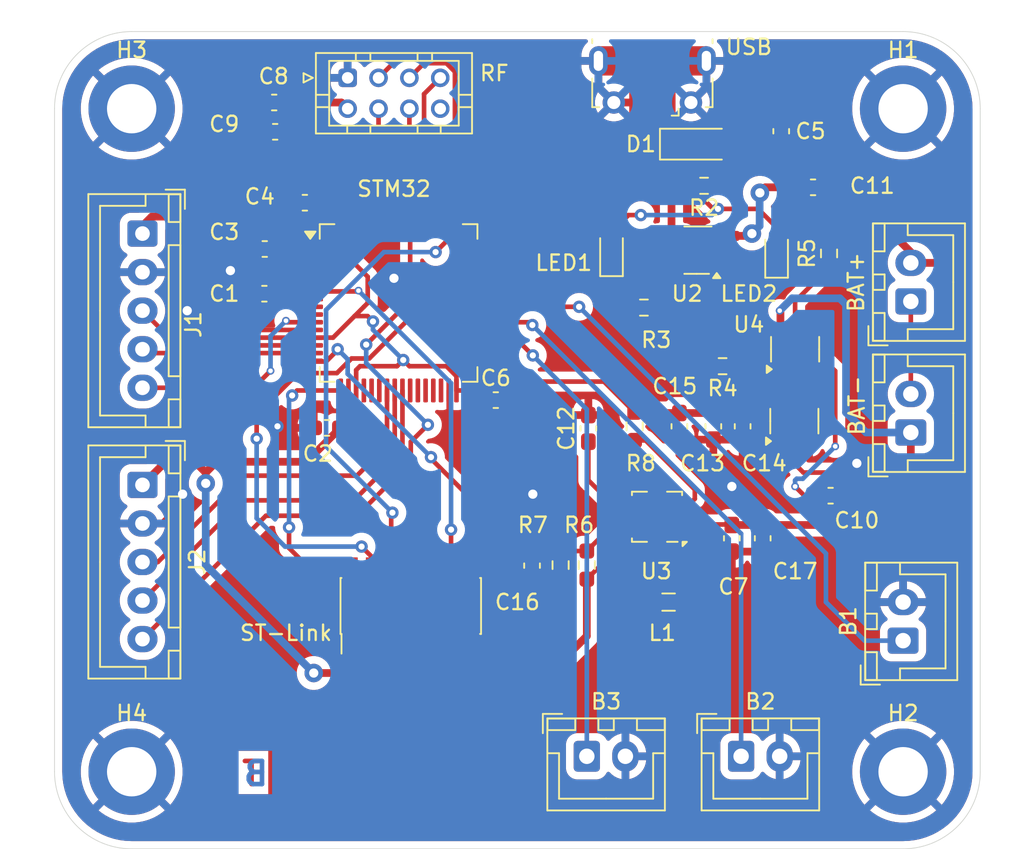
<source format=kicad_pcb>
(kicad_pcb (version 20241229) (generator "pcbnew") (generator_version "9.0")
  (layers (0 "F.Cu" signal) (2 "B.Cu" signal) (13 "F.Paste" user) (15 "B.Paste" user) (5 "F.SilkS" user "F.Silkscreen") (7 "B.SilkS" user "B.Silkscreen") (1 "F.Mask" user) (3 "B.Mask" user) (25 "Edge.Cuts" user))
  (net 0 "")
  (net 1 "NRST")
  (net 2 "+3.3V")
  (net 3 "+5V")
  (net 4 "BAT+")
  (net 5 "BAT-")
  (net 6 "Net-(U4-VCC)")
  (net 7 "Net-(U3-VAUX)")
  (net 8 "FB")
  (net 9 "Net-(D2-K)")
  (net 10 "Net-(D2-A)")
  (net 11 "Net-(D3-K)")
  (net 12 "USART_TX")
  (net 15 "SWO")
  (net 16 "USART_RX")
  (net 17 "SWDIO")
  (net 19 "SWCLK")
  (net 22 "USB_D+")
  (net 23 "USB_D-")
  (net 24 "Net-(D1-K)")
  (net 25 "Net-(U3-L1)")
  (net 26 "Net-(U3-L2)")
  (net 27 "Net-(U2-PROG)")
  (net 28 "Net-(U4-CS)")
  (net 29 "Net-(U3-PG)")
  (net 30 "GND")
  (net 31 "Button2")
  (net 35 "RF_SCK")
  (net 36 "Joystick1_y")
  (net 41 "Joystick1_x")
  (net 43 "Joystick1_switch")
  (net 45 "Button1")
  (net 46 "RF_CE")
  (net 58 "RF_CSN")
  (net 59 "RF_MISO")
  (net 65 "Joystick2_x")
  (net 66 "Button3")
  (net 71 "Joystick2_switch")
  (net 74 "Joystick2_y")
  (net 75 "Net-(J5-Pin_1)")
  (net 76 "Net-(U4-OD)")
  (net 78 "Net-(U4-OC)")
  (net 81 "RF_MOSI")
  (footprint "Connector_PinHeader_1.27mm:PinHeader_2x07_P1.27mm_Vertical_SMD" (layer "F.Cu") (at 93.09 87.25 90)
    (property "Reference" "ST-Link")
    (property "Value" "Conn_ST_STDC14")
  )
  (footprint "Capacitor_SMD:C_0603_1608Metric_Pad1.08x0.95mm_HandSolder" (layer "F.Cu") (at 117.1 56.4625 -90)
    (property "Reference" "C5")
    (property "Value" "2.2uF")
  )
  (footprint "Capacitor_SMD:C_0603_1608Metric_Pad1.08x0.95mm_HandSolder" (layer "F.Cu") (at 84.2375 54.6)
    (property "Reference" "C8")
    (property "Value" "10uF")
  )
  (footprint "Capacitor_SMD:C_0603_1608Metric_Pad1.08x0.95mm_HandSolder" (layer "F.Cu") (at 120.3 80.1)
    (property "Reference" "C10")
    (property "Value" "0.1uF")
  )
  (footprint "Resistor_SMD:R_0603_1608Metric_Pad0.98x0.95mm_HandSolder" (layer "F.Cu") (at 108.2 67.9)
    (property "Reference" "R3")
    (property "Value" "R_PRG")
  )
  (footprint "LED_SMD:LED_0603_1608Metric_Pad1.05x0.95mm_HandSolder" (layer "F.Cu") (at 106.1 64.2 90)
    (property "Reference" "LED1")
    (property "Value" "LED_Small")
  )
  (footprint "Capacitor_SMD:C_0603_1608Metric_Pad1.08x0.95mm_HandSolder" (layer "F.Cu") (at 98.6 73.9)
    (property "Reference" "C6")
    (property "Value" "100nF")
  )
  (footprint "Connector_JST:JST_PHD_B8B-PHDSS_2x04_P2.00mm_Vertical" (layer "F.Cu") (at 89 53)
    (property "Reference" "RF")
    (property "Value" "Conn_02x04_Odd_Even")
  )
  (footprint "Capacitor_SMD:C_0603_1608Metric_Pad1.08x0.95mm_HandSolder" (layer "F.Cu") (at 112.7 75.6 -90)
    (property "Reference" "C13")
    (property "Value" "22uF")
  )
  (footprint "MountingHole:MountingHole_3.2mm_M3_DIN965_Pad" (layer "F.Cu") (at 75 98)
    (property "Reference" "H4")
    (property "Value" "MountingHole_Pad")
  )
  (footprint "Resistor_SMD:R_0603_1608Metric_Pad0.98x0.95mm_HandSolder" (layer "F.Cu") (at 112.1 60 180)
    (property "Reference" "R2")
    (property "Value" "330")
  )
  (footprint "Resistor_SMD:R_0603_1608Metric_Pad0.98x0.95mm_HandSolder" (layer "F.Cu") (at 113.3 71.7 180)
    (property "Reference" "R4")
    (property "Value" "R_Small")
  )
  (footprint "Resistor_SMD:R_0603_1608Metric_Pad0.98x0.95mm_HandSolder" (layer "F.Cu") (at 120.2 64.3875 90)
    (property "Reference" "R5")
    (property "Value" "100")
  )
  (footprint "Connector_JST:JST_XH_B2B-XH-A_1x02_P2.50mm_Vertical" (layer "F.Cu") (at 125 89.5 90)
    (property "Reference" "B1")
    (property "Value" "Conn_01x02_Socket")
  )
  (footprint "Resistor_SMD:R_0603_1608Metric_Pad0.98x0.95mm_HandSolder" (layer "F.Cu") (at 104.5 84.6 90)
    (property "Reference" "R6")
    (property "Value" "R_Small")
  )
  (footprint "Inductor_SMD:L_0805_2012Metric_Pad1.05x1.20mm_HandSolder" (layer "F.Cu") (at 109.8 87)
    (property "Reference" "L1")
    (property "Value" "1uH")
  )
  (footprint "Capacitor_SMD:C_0603_1608Metric_Pad1.08x0.95mm_HandSolder" (layer "F.Cu") (at 119.1625 60.1 180)
    (property "Reference" "C11")
    (property "Value" "C_Small")
  )
  (footprint "Capacitor_SMD:C_0603_1608Metric_Pad1.08x0.95mm_HandSolder" (layer "F.Cu") (at 83.625 64.1 180)
    (property "Reference" "C3")
    (property "Value" "100nF")
  )
  (footprint "Connector_JST:JST_XH_B2B-XH-A_1x02_P2.50mm_Vertical" (layer "F.Cu") (at 125.5 76 90)
    (property "Reference" "BAT-")
    (property "Value" "Conn_01x02_Socket" (hide yes))
  )
  (footprint "Resistor_SMD:R_0603_1608Metric_Pad0.98x0.95mm_HandSolder" (layer "F.Cu") (at 107.6 75.6 90)
    (property "Reference" "R8")
    (property "Value" "1M" (hide yes))
  )
  (footprint "Package_TO_SOT_SMD:SOT-23-6" (layer "F.Cu") (at 117.95 75.2625 90)
    (property "Reference" "U5" (hide yes))
    (property "Value" "8205A")
  )
  (footprint "Diode_SMD:D_SOD-123" (layer "F.Cu") (at 111.6 57.3)
    (property "Reference" "D1")
    (property "Value" "D_Small")
  )
  (footprint "Capacitor_SMD:C_0603_1608Metric_Pad1.08x0.95mm_HandSolder" (layer "F.Cu") (at 84.3 56.5)
    (property "Reference" "C9")
    (property "Value" "0.1uF")
  )
  (footprint "Connector_USB:USB_Micro-B_Molex-105017-0001" (layer "F.Cu") (at 108.75 53.1375 180)
    (property "Reference" "USB")
    (property "Value" "USB_B_Micro")
  )
  (footprint "LED_SMD:LED_0603_1608Metric_Pad1.05x0.95mm_HandSolder" (layer "F.Cu") (at 116.8 64.3 90)
    (property "Reference" "LED2")
    (property "Value" "LED_Small")
  )
  (footprint "Capacitor_SMD:C_0603_1608Metric_Pad1.08x0.95mm_HandSolder" (layer "F.Cu") (at 86.225 61.1 180)
    (property "Reference" "C4")
    (property "Value" "100nF")
  )
  (footprint "Capacitor_SMD:C_0603_1608Metric_Pad1.08x0.95mm_HandSolder" (layer "F.Cu") (at 115.9 82.8625 -90)
    (property "Reference" "C17")
    (property "Value" "10uF")
  )
  (footprint "Connector_JST:JST_XH_B5B-XH-A_1x05_P2.50mm_Vertical" (layer "F.Cu") (at 75.7 63.1 -90)
    (property "Reference" "J1")
    (property "Value" "Conn_01x05_Pin")
  )
  (footprint "MountingHole:MountingHole_3.2mm_M3_DIN965_Pad" (layer "F.Cu") (at 75 55)
    (property "Reference" "H3")
    (property "Value" "MountingHole_Pad")
  )
  (footprint "Capacitor_SMD:C_0603_1608Metric_Pad1.08x0.95mm_HandSolder" (layer "F.Cu") (at 110.5 75.6 -90)
    (property "Reference" "C15")
    (property "Value" "22uF" (hide yes))
  )
  (footprint "Resistor_SMD:R_0603_1608Metric_Pad0.98x0.95mm_HandSolder" (layer "F.Cu") (at 102.8 84.6 -90)
    (property "Reference" "R7")
    (property "Value" "R_Small")
  )
  (footprint "Package_TO_SOT_SMD:TSOT-23-6_HandSoldering" (layer "F.Cu") (at 111.7 64.2 180)
    (property "Reference" "U2")
    (property "Value" "TP4057")
  )
  (footprint "MountingHole:MountingHole_3.2mm_M3_DIN965_Pad" (layer "F.Cu") (at 125 98)
    (property "Reference" "H2")
    (property "Value" "MountingHole_Pad")
  )
  (footprint "Capacitor_SMD:C_0603_1608Metric_Pad1.08x0.95mm_HandSolder" (layer "F.Cu") (at 87.6625 75.7 180)
    (property "Reference" "C2")
    (property "Value" "100nF")
  )
  (footprint "MountingHole:MountingHole_3.2mm_M3_DIN965_Pad" (layer "F.Cu") (at 125 55)
    (property "Reference" "H1")
    (property "Value" "MountingHole_Pad")
  )
  (footprint "Capacitor_SMD:C_0603_1608Metric_Pad1.08x0.95mm_HandSolder" (layer "F.Cu") (at 104.6 75.735 90)
    (property "Reference" "C12")
    (property "Value" "0.1uF")
  )
  (footprint "Capacitor_SMD:C_0603_1608Metric_Pad1.08x0.95mm_HandSolder" (layer "F.Cu") (at 114.6 75.6 -90)
    (property "Reference" "C14")
    (property "Value" "22uF")
  )
  (footprint "Capacitor_SMD:C_0603_1608Metric_Pad1.08x0.95mm_HandSolder" (layer "F.Cu") (at 83.6 67 180)
    (property "Reference" "C1")
    (property "Value" "100nF")
  )
  (footprint "Connector_JST:JST_XH_B2B-XH-A_1x02_P2.50mm_Vertical" (layer "F.Cu") (at 104.5 97)
    (property "Reference" "B3")
    (property "Value" "Conn_01x02_Socket")
  )
  (footprint "Package_TO_SOT_SMD:SOT-23-6" (layer "F.Cu") (at 118 70.6 90)
    (property "Reference" "U4")
    (property "Value" "DW01A")
  )
  (footprint "Capacitor_SMD:C_0603_1608Metric_Pad1.08x0.95mm_HandSolder" (layer "F.Cu") (at 100.95 84.635 -90)
    (property "Reference" "C16")
    (property "Value" "10pF")
  )
  (footprint "Capacitor_SMD:C_0603_1608Metric_Pad1.08x0.95mm_HandSolder" (layer "F.Cu") (at 113.9 82.8625 -90)
    (property "Reference" "C7")
    (property "Value" "10uF")
  )
  (footprint "Package_QFP:LQFP-64_10x10mm_P0.5mm" (layer "F.Cu") (at 92.3 67.6)
    (property "Reference" "STM32")
    (property "Value" "STM32L476RGTx")
  )
  (footprint "Connector_JST:JST_XH_B2B-XH-A_1x02_P2.50mm_Vertical" (layer "F.Cu") (at 125.5 67.5 90)
    (property "Reference" "BAT+")
    (property "Value" "Conn_01x02_Socket")
  )
  (footprint "Package_SON:Texas_DSC0010J" (layer "F.Cu") (at 109.05 81.465 180)
    (property "Reference" "U3")
    (property "Value" "TPS63060DSCR")
  )
  (footprint "Connector_JST:JST_XH_B5B-XH-A_1x05_P2.50mm_Vertical" (layer "F.Cu") (at 75.7 79.4 -90)
    (property "Reference" "J2")
    (property "Value" "Conn_01x05_Pin")
  )
  (footprint "Connector_JST:JST_XH_B2B-XH-A_1x02_P2.50mm_Vertical" (layer "F.Cu") (at 114.5 97)
    (property "Reference" "B2")
    (property "Value" "Conn_01x02_Socket")
  )
  (gr_arc (start 75 103) (mid 71.464466 101.535534) (end 70 98) (stroke (width 0.05)) (layer "Edge.Cuts"))
  (gr_line (start 125 103) (end 75 103) (stroke (width 0.05)) (layer "Edge.Cuts"))
  (gr_arc (start 130 98) (mid 128.535534 101.535534) (end 125 103) (stroke (width 0.05)) (layer "Edge.Cuts"))
  (gr_line (start 130 55) (end 130 98) (stroke (width 0.05)) (layer "Edge.Cuts"))
  (gr_arc (start 125 50) (mid 128.535534 51.464466) (end 130 55) (stroke (width 0.05)) (layer "Edge.Cuts"))
  (gr_arc (start 70 55) (mid 71.464466 51.464466) (end 75 50) (stroke (width 0.05)) (layer "Edge.Cuts"))
  (gr_line (start 70 98) (end 70 55) (stroke (width 0.05)) (layer "Edge.Cuts"))
  (gr_line (start 75 50) (end 125 50) (stroke (width 0.05)) (layer "Edge.Cuts"))
  (gr_text "D.Ma" (at 89 99 0) (layer "F.Cu") (effects (font (size 1.5 1.5) (thickness 0.3) (bold yes)) (justify left bottom)))
  (gr_text "T" (at 82 99 0) (layer "F.Cu") (effects (font (size 1.5 1.5) (thickness 0.3) (bold yes)) (justify left bottom)))
  (gr_text "B" (at 84 99 0) (layer "B.Cu") (effects (font (size 1.5 1.5) (thickness 0.3) (bold yes)) (justify left bottom mirror)))
  (segment (start 95.7 85.1) (end 95.7 82.3) (width 0.3) (layer "F.Cu") (net 1))
  (segment (start 95.63 85.17) (end 95.7 85.1) (width 0.3) (layer "F.Cu") (net 1))
  (segment (start 95.63 85.3) (end 95.63 85.17) (width 0.3) (layer "F.Cu") (net 1))
  (segment (start 89.7 66.8) (end 89.65 66.85) (width 0.3) (layer "F.Cu") (net 1))
  (segment (start 84.6125 66.85) (end 84.4625 67) (width 0.3) (layer "F.Cu") (net 1))
  (segment (start 89.65 66.85) (end 86.625 66.85) (width 0.3) (layer "F.Cu") (net 1))
  (segment (start 86.625 66.85) (end 84.6125 66.85) (width 0.3) (layer "F.Cu") (net 1))
  (via (at 95.7 82.3) (size 0.8) (drill 0.4) (layers "F.Cu" "B.Cu") (net 1))
  (via (at 89.7 66.8) (size 0.5) (drill 0.3) (layers "F.Cu" "B.Cu") (net 1))
  (segment (start 95.7 72.8) (end 89.7 66.8) (width 0.3) (layer "B.Cu") (net 1))
  (segment (start 95.7 82.3) (end 95.7 72.8) (width 0.3) (layer "B.Cu") (net 1))
  (segment (start 102.2 91.5) (end 104.5 89.2) (width 0.5) (layer "F.Cu") (net 2))
  (segment (start 89.85 91.6) (end 90.55 90.9) (width 0.5) (layer "F.Cu") (net 2))
  (segment (start 88.6 54.6) (end 89 55) (width 0.5) (layer "F.Cu") (net 2))
  (segment (start 87.0875 58.425) (end 85.1625 56.5) (width 0.5) (layer "F.Cu") (net 2))
  (segment (start 96.05 73.275) (end 96.05 72.35) (width 0.3) (layer "F.Cu") (net 2))
  (segment (start 107.29 81.965) (end 106.935 81.965) (width 0.3) (layer "F.Cu") (net 2))
  (segment (start 86.625 69.85) (end 88.05 69.85) (width 0.3) (layer "F.Cu") (net 2))
  (segment (start 89.55 74.675) (end 89.55 73.275) (width 0.3) (layer "F.Cu") (net 2))
  (segment (start 88.525 75.7) (end 89.55 74.675) (width 0.3) (layer "F.Cu") (net 2))
  (segment (start 87.0875 61.5875) (end 87.0875 61.1) (width 0.3) (layer "F.Cu") (net 2))
  (segment (start 89.45 68.45) (end 90.05 67.85) (width 0.3) (layer "F.Cu") (net 2))
  (segment (start 79.1 63) (end 78.1 62) (width 0.5) (layer "F.Cu") (net 2))
  (segment (start 89.8 71.7) (end 89.55 71.95) (width 0.3) (layer "F.Cu") (net 2))
  (segment (start 75.7 63.1) (end 75.7 62.6) (width 0.5) (layer "F.Cu") (net 2))
  (segment (start 98.9375 72.7) (end 105.6125 72.7) (width 0.3) (layer "F.Cu") (net 2))
  (segment (start 75.7 63.1) (end 76.1 63.1) (width 0.5) (layer "F.Cu") (net 2))
  (segment (start 80.501 77.899) (end 86.326 77.899) (width 0.5) (layer "F.Cu") (net 2))
  (segment (start 88.55 63.55) (end 88.55 61.925) (width 0.3) (layer "F.Cu") (net 2))
  (segment (start 79.8 78.6) (end 80.501 77.899) (width 0.5) (layer "F.Cu") (net 2))
  (segment (start 78.1 62) (end 76.3 62) (width 0.5) (layer "F.Cu") (net 2))
  (segment (start 86.625 69.85) (end 82.65 69.85) (width 0.3) (layer "F.Cu") (net 2))
  (segment (start 96.05 73.275) (end 97.1125 73.275) (width 0.3) (layer "F.Cu") (net 2))
  (segment (start 88.525 75.7) (end 86.326 77.899) (width 0.5) (layer "F.Cu") (net 2))
  (segment (start 90.639338 68.8) (end 90.289338 68.45) (width 0.3) (layer "F.Cu") (net 2))
  (segment (start 79.8 79.3) (end 79.8 78.6) (width 0.5) (layer "F.Cu") (net 2))
  (segment (start 89.55 71.95) (end 89.55 73.275) (width 0.3) (layer "F.Cu") (net 2))
  (segment (start 92.2 71.7) (end 89.8 71.7) (width 0.3) (layer "F.Cu") (net 2))
  (segment (start 79.8 78.6) (end 79.099 77.899) (width 0.5) (layer "F.Cu") (net 2))
  (segment (start 90.55 89.2) (end 90.55 90.9) (width 0.5) (layer "F.Cu") (net 2))
  (segment (start 95.4 71.7) (end 93 71.7) (width 0.3) (layer "F.Cu") (net 2))
  (segment (start 88 63.85) (end 88.25 63.85) (width 0.3) (layer "F.Cu") (net 2))
  (segment (start 85.1 54.6) (end 85.1 56.4375) (width 0.5) (layer "F.Cu") (net 2))
  (segment (start 87.425 61.925) (end 87.0875 61.5875) (width 0.3) (layer "F.Cu") (net 2))
  (segment (start 86.8 91.6) (end 89.85 91.6) (width 0.5) (layer "F.Cu") (net 2))
  (segment (start 105.9 84.1125) (end 104.5 85.5125) (width 0.3) (layer "F.Cu") (net 2))
  (segment (start 88.25 63.85) (end 88.55 63.55) (width 0.3) (layer "F.Cu") (net 2))
  (segment (start 96.05 72.35) (end 95.4 71.7) (width 0.3) (layer "F.Cu") (net 2))
  (segment (start 79.099 77.899) (end 77.201 77.899) (width 0.5) (layer "F.Cu") (net 2))
  (segment (start 107.65 74.7375) (end 107.6 74.6875) (width 0.5) (layer "F.Cu") (net 2))
  (segment (start 82.3875 62) (end 80.1 62) (width 0.5) (layer "F.Cu") (net 2))
  (segment (start 91.15 91.5) (end 102.2 91.5) (width 0.5) (layer "F.Cu") (net 2))
  (segment (start 90.3 67.6) (end 90.05 67.85) (width 0.3) (layer "F.Cu") (net 2))
  (segment (start 97.7375 73.9) (end 98.9375 72.7) (width 0.3) (layer "F.Cu") (net 2))
  (segment (start 93 71.7) (end 92.6 71.3) (width 0.3) (layer "F.Cu") (net 2))
  (segment (start 85.1 56.4375) (end 85.1625 56.5) (width 0.5) (layer "F.Cu") (net 2))
  (segment (start 82.3875 62) (end 84.4875 64.1) (width 0.5) (layer "F.Cu") (net 2))
  (segment (start 87.0875 61.1) (end 87.0875 58.425) (width 0.5) (layer "F.Cu") (net 2))
  (segment (start 110.5 74.7375) (end 107.65 74.7375) (width 0.5) (layer "F.Cu") (net 2))
  (segment (start 86.625 63.85) (end 88 63.85) (width 0.3) (layer "F.Cu") (net 2))
  (segment (start 104.5 89.2) (end 104.5 85.5125) (width 0.5) (layer "F.Cu") (net 2))
  (segment (start 90.3 65.9) (end 90.3 67.6) (width 0.3) (layer "F.Cu") (net 2))
  (segment (start 88.25 63.85) (end 90.3 65.9) (width 0.3) (layer "F.Cu") (net 2))
  (segment (start 114.6 74.7375) (end 112.7 74.7375) (width 0.5) (layer "F.Cu") (net 2))
  (segment (start 80.1 62) (end 79.1 63) (width 0.5) (layer "F.Cu") (net 2))
  (segment (start 105.6125 72.7) (end 107.6 74.6875) (width 0.3) (layer "F.Cu") (net 2))
  (segment (start 90.289338 68.45) (end 89.45 68.45) (width 0.3) (layer "F.Cu") (net 2))
  (segment (start 106.935 81.965) (end 105.9 83) (width 0.3) (layer "F.Cu") (net 2))
  (segment (start 92.6 71.3) (end 92.2 71.7) (width 0.3) (layer "F.Cu") (net 2))
  (segment (start 85.1 54.6) (end 88.6 54.6) (width 0.5) (layer "F.Cu") (net 2))
  (segment (start 82.65 69.85) (end 79.1 66.3) (width 0.3) (layer "F.Cu") (net 2))
  (segment (start 79.1 63) (end 79.1 66.3) (width 0.3) (layer "F.Cu") (net 2))
  (segment (start 84.7375 63.85) (end 84.4875 64.1) (width 0.3) (layer "F.Cu") (net 2))
  (segment (start 88.55 61.925) (end 87.425 61.925) (width 0.3) (layer "F.Cu") (net 2))
  (segment (start 112.7 74.7375) (end 110.5 74.7375) (width 0.5) (layer "F.Cu") (net 2))
  (segment (start 97.1125 73.275) (end 97.7375 73.9) (width 0.3) (layer "F.Cu") (net 2))
  (segment (start 86.625 63.85) (end 84.7375 63.85) (width 0.3) (layer "F.Cu") (net 2))
  (segment (start 77.201 77.899) (end 75.7 79.4) (width 0.5) (layer "F.Cu") (net 2))
  (segment (start 75.7 62.6) (end 76.3 62) (width 0.5) (layer "F.Cu") (net 2))
  (segment (start 90.55 90.9) (end 91.15 91.5) (width 0.5) (layer "F.Cu") (net 2))
  (segment (start 105.9 83) (end 105.9 84.1125) (width 0.3) (layer "F.Cu") (net 2))
  (segment (start 88.05 69.85) (end 89.45 68.45) (width 0.3) (layer "F.Cu") (net 2))
  (segment (start 107.575 81.965) (end 106.935 81.965) (width 0.3) (layer "F.Cu") (net 2))
  (via (at 79.8 79.3) (size 1.2) (drill 0.6) (layers "F.Cu" "B.Cu") (net 2))
  (via (at 90.639338 68.8) (size 0.8) (drill 0.4) (layers "F.Cu" "B.Cu") (net 2))
  (via (at 86.8 91.6) (size 1.2) (drill 0.6) (layers "F.Cu" "B.Cu") (net 2))
  (via (at 92.6 71.3) (size 0.8) (drill 0.4) (layers "F.Cu" "B.Cu") (net 2))
  (segment (start 79.8 84.6) (end 86.8 91.6) (width 0.5) (layer "B.Cu") (net 2))
  (segment (start 90.639338 69.339338) (end 92.6 71.3) (width 0.3) (layer "B.Cu") (net 2))
  (segment (start 79.8 79.3) (end 79.8 84.6) (width 0.5) (layer "B.Cu") (net 2))
  (segment (start 90.639338 68.8) (end 90.639338 69.339338) (width 0.3) (layer "B.Cu") (net 2))
  (segment (start 113.25 57.3) (end 117.075 57.3) (width 0.5) (layer "F.Cu") (net 3))
  (segment (start 112.4 58.6) (end 113.25 57.75) (width 0.5) (layer "F.Cu") (net 3))
  (segment (start 109.99 63.25) (end 109.99 59.11) (width 0.5) (layer "F.Cu") (net 3))
  (segment (start 117.075 57.3) (end 117.1 57.325) (width 0.5) (layer "F.Cu") (net 3))
  (segment (start 113.0125 57.5375) (end 113.25 57.3) (width 0.5) (layer "F.Cu") (net 3))
  (segment (start 112.5 58.6) (end 113.0125 59.1125) (width 0.5) (layer "F.Cu") (net 3))
  (segment (start 113.25 57.75) (end 113.25 57.3) (width 0.5) (layer "F.Cu") (net 3))
  (segment (start 112.4 58.6) (end 112.5 58.6) (width 0.5) (layer "F.Cu") (net 3))
  (segment (start 110.5 58.6) (end 112.4 58.6) (width 0.5) (layer "F.Cu") (net 3))
  (segment (start 109.99 59.11) (end 110.5 58.6) (width 0.5) (layer "F.Cu") (net 3))
  (segment (start 113.0125 59.1125) (end 113.0125 60) (width 0.5) (layer "F.Cu") (net 3))
  (segment (start 110.81 81.965) (end 114.365 81.965) (width 0.3) (layer "F.Cu") (net 4))
  (segment (start 115.9 82) (end 125.6 82) (width 0.5) (layer "F.Cu") (net 4))
  (segment (start 116.072375 60.1) (end 118.3 60.1) (width 0.5) (layer "F.Cu") (net 4))
  (segment (start 128 79.8) (end 128 65.7) (width 0.5) (layer "F.Cu") (net 4))
  (segment (start 125.7 82.1) (end 128 79.8) (width 0.5) (layer "F.Cu") (net 4))
  (segment (start 125.6 82) (end 125.7 82.1) (width 0.5) (layer "F.Cu") (net 4))
  (segment (start 113.41 63.25) (end 115.05 63.25) (width 0.5) (layer "F.Cu") (net 4))
  (segment (start 128 65.7) (end 127.3 65) (width 0.5) (layer "F.Cu") (net 4))
  (segment (start 114.365 81.965) (end 114.4 82) (width 0.3) (layer "F.Cu") (net 4))
  (segment (start 118.325 61.6) (end 118.3 61.6) (width 0.2) (layer "F.Cu") (net 4))
  (segment (start 110.6 81.924) (end 110.6 81.54) (width 0.2) (layer "F.Cu") (net 4))
  (segment (start 120.2 63.475) (end 118.325 61.6) (width 0.5) (layer "F.Cu") (net 4))
  (segment (start 127.3 65) (end 125.5 65) (width 0.5) (layer "F.Cu") (net 4))
  (segment (start 118.3 61.6) (end 118.3 60.1) (width 0.5) (layer "F.Cu") (net 4))
  (segment (start 124.675 63.475) (end 125.5 64.3) (width 0.5) (layer "F.Cu") (net 4))
  (segment (start 125.5 64.3) (end 125.5 65) (width 0.2) (layer "F.Cu") (net 4))
  (segment (start 115.715953 60.456422) (end 116.072375 60.1) (width 0.5) (layer "F.Cu") (net 4))
  (segment (start 115.05 63.25) (end 115.2 63.1) (width 0.2) (layer "F.Cu") (net 4))
  (segment (start 114.4 82) (end 113.9 82) (width 0.5) (layer "F.Cu") (net 4))
  (segment (start 120.2 63.475) (end 124.675 63.475) (width 0.5) (layer "F.Cu") (net 4))
  (segment (start 115.9 82) (end 114.4 82) (width 0.5) (layer "F.Cu") (net 4))
  (via (at 115.2 63.1) (size 1.2) (drill 0.6) (layers "F.Cu" "B.Cu") (net 4))
  (via (at 115.715953 60.456422) (size 1.2) (drill 0.6) (layers "F.Cu" "B.Cu") (net 4))
  (segment (start 115.7 62.6) (end 115.7 60.472375) (width 0.5) (layer "B.Cu") (net 4))
  (segment (start 115.7 60.472375) (end 115.715953 60.456422) (width 0.2) (layer "B.Cu") (net 4))
  (segment (start 115.2 63.1) (end 115.7 62.6) (width 0.5) (layer "B.Cu") (net 4))
  (segment (start 117.05 69.4625) (end 117.05 68.15) (width 0.5) (layer "F.Cu") (net 5))
  (segment (start 121.1625 80.1) (end 124.4 80.1) (width 0.5) (layer "F.Cu") (net 5))
  (segment (start 117.05 68.15) (end 117 68.1) (width 0.3) (layer "F.Cu") (net 5))
  (segment (start 118.537501 78.6) (end 120.5 78.6) (width 0.3) (layer "F.Cu") (net 5))
  (segment (start 121.1625 79.2625) (end 121.1625 80.1) (width 0.3) (layer "F.Cu") (net 5))
  (segment (start 117 77.062499) (end 118.537501 78.6) (width 0.3) (layer "F.Cu") (net 5))
  (segment (start 117 76.4) (end 117 77.062499) (width 0.3) (layer "F.Cu") (net 5))
  (segment (start 120.5 78.6) (end 121.1625 79.2625) (width 0.3) (layer "F.Cu") (net 5))
  (segment (start 125.5 79) (end 125.5 76) (width 0.5) (layer "F.Cu") (net 5))
  (segment (start 124.4 80.1) (end 125.5 79) (width 0.5) (layer "F.Cu") (net 5))
  (via (at 117 68.1) (size 0.5) (drill 0.3) (layers "F.Cu" "B.Cu") (net 5))
  (segment (start 120.9 67.3) (end 121.3 67.7) (width 0.5) (layer "B.Cu") (net 5))
  (segment (start 121.3 74.7) (end 122.6 76) (width 0.5) (layer "B.Cu") (net 5))
  (segment (start 122.6 76) (end 125.5 76) (width 0.5) (layer "B.Cu") (net 5))
  (segment (start 117.8 67.3) (end 120.9 67.3) (width 0.5) (layer "B.Cu") (net 5))
  (segment (start 117 68.1) (end 117.8 67.3) (width 0.5) (layer "B.Cu") (net 5))
  (segment (start 121.3 67.7) (end 121.3 74.7) (width 0.5) (layer "B.Cu") (net 5))
  (segment (start 119.1375 80.4) (end 119.4375 80.1) (width 0.3) (layer "F.Cu") (net 6))
  (segment (start 118 69.887678) (end 118.588322 70.476) (width 0.3) (layer "F.Cu") (net 6))
  (segment (start 119.063678 70.476) (end 120.6 72.012322) (width 0.3) (layer "F.Cu") (net 6))
  (segment (start 119.4375 80.1) (end 118.6 80.1) (width 0.3) (layer "F.Cu") (net 6))
  (segment (start 118 67.5) (end 118 69.4625) (width 0.3) (layer "F.Cu") (net 6))
  (segment (start 118.588322 70.476) (end 119.063678 70.476) (width 0.3) (layer "F.Cu") (net 6))
  (segment (start 118.6 80.1) (end 118 79.5) (width 0.3) (layer "F.Cu") (net 6))
  (segment (start 120.2 65.3) (end 118 67.5) (width 0.3) (layer "F.Cu") (net 6))
  (segment (start 118 69.4625) (end 118 69.887678) (width 0.3) (layer "F.Cu") (net 6))
  (segment (start 120.6 72.012322) (end 120.6 76.9) (width 0.3) (layer "F.Cu") (net 6))
  (via (at 118 79.5) (size 0.5) (drill 0.3) (layers "F.Cu" "B.Cu") (net 6))
  (via (at 120.6 76.9) (size 0.5) (drill 0.3) (layers "F.Cu" "B.Cu") (net 6))
  (segment (start 118.1 79) (end 118.5 79) (width 0.3) (layer "B.Cu") (net 6))
  (segment (start 118.5 79) (end 120.6 76.9) (width 0.3) (layer "B.Cu") (net 6))
  (segment (start 118 79.5) (end 118 79.1) (width 0.3) (layer "B.Cu") (net 6))
  (segment (start 118 79.1) (end 118.1 79) (width 0.3) (layer "B.Cu") (net 6))
  (segment (start 107.29 80.465) (end 105.965 80.465) (width 0.3) (layer "F.Cu") (net 7))
  (segment (start 104.6 79.1) (end 104.6 76.5975) (width 0.3) (layer "F.Cu") (net 7))
  (segment (start 105.965 80.465) (end 104.6 79.1) (width 0.3) (layer "F.Cu") (net 7))
  (segment (start 107.575 81.465) (end 106.7225 81.465) (width 0.3) (layer "F.Cu") (net 8))
  (segment (start 106.7225 81.465) (end 104.5 83.6875) (width 0.3) (layer "F.Cu") (net 8))
  (segment (start 104.5 83.6875) (end 102.8 83.6875) (width 0.3) (layer "F.Cu") (net 8))
  (segment (start 102.715 83.7725) (end 102.8 83.6875) (width 0.3) (layer "F.Cu") (net 8))
  (segment (start 100.95 83.7725) (end 102.715 83.7725) (width 0.3) (layer "F.Cu") (net 8))
  (segment (start 113.435 65.175) (end 113.41 65.15) (width 0.3) (layer "F.Cu") (net 9))
  (segment (start 116.8 65.175) (end 113.435 65.175) (width 0.3) (layer "F.Cu") (net 9))
  (segment (start 108 61.9) (end 107.2 61.9) (width 0.3) (layer "F.Cu") (net 10))
  (segment (start 115.6 61.5) (end 113 61.5) (width 0.3) (layer "F.Cu") (net 10))
  (segment (start 116.8 63.425) (end 116.8 62.7) (width 0.3) (layer "F.Cu") (net 10))
  (segment (start 106.1 63) (end 106.1 63.325) (width 0.3) (layer "F.Cu") (net 10))
  (segment (start 107.2 61.9) (end 106.1 63) (width 0.3) (layer "F.Cu") (net 10))
  (segment (start 112.6875 61.5) (end 111.1875 60) (width 0.3) (layer "F.Cu") (net 10))
  (segment (start 113 61.5) (end 112.6875 61.5) (width 0.3) (layer "F.Cu") (net 10))
  (segment (start 116.8 62.7) (end 115.6 61.5) (width 0.3) (layer "F.Cu") (net 10))
  (via (at 108 61.9) (size 0.8) (drill 0.4) (layers "F.Cu" "B.Cu") (net 10))
  (via (at 113 61.5) (size 0.8) (drill 0.4) (layers "F.Cu" "B.Cu") (net 10))
  (segment (start 112.6 61.9) (end 113 61.5) (width 0.3) (layer "B.Cu") (net 10))
  (segment (start 108 61.9) (end 112.6 61.9) (width 0.3) (layer "B.Cu") (net 10))
  (segment (start 109.99 64.2) (end 106.975 64.2) (width 0.3) (layer "F.Cu") (net 11))
  (segment (start 106.975 64.2) (end 106.1 65.075) (width 0.3) (layer "F.Cu") (net 11))
  (segment (start 88.349 70.651) (end 87.6 71.4) (width 0.3) (layer "F.Cu") (net 12))
  (segment (start 85.95 71.35) (end 86.625 71.35) (width 0.3) (layer "F.Cu") (net 12))
  (segment (start 96.9 80.2) (end 96.9 85.3) (width 0.3) (layer "F.Cu") (net 12))
  (segment (start 94.4 77.6) (end 94.4 77.7) (width 0.3) (layer "F.Cu") (net 12))
  (segment (start 94.4 77.7) (end 96.9 80.2) (width 0.3) (layer "F.Cu") (net 12))
  (segment (start 87.6 71.4) (end 85.9 71.4) (width 0.3) (layer "F.Cu") (net 12))
  (segment (start 88.349 70.6) (end 88.349 70.651) (width 0.3) (layer "F.Cu") (net 12))
  (segment (start 85.9 71.4) (end 85.95 71.35) (width 0.3) (layer "F.Cu") (net 12))
  (via (at 88.349 70.6) (size 0.8) (drill 0.4) (layers "F.Cu" "B.Cu") (net 12))
  (via (at 94.4 77.6) (size 0.8) (drill 0.4) (layers "F.Cu" "B.Cu") (net 12))
  (segment (start 89 72.2) (end 89 71.251) (width 0.3) (layer "B.Cu") (net 12))
  (segment (start 89 71.251) (end 88.349 70.6) (width 0.3) (layer "B.Cu") (net 12))
  (segment (start 94.4 77.6) (end 89 72.2) (width 0.3) (layer "B.Cu") (net 12))
  (segment (start 93.09 76.61) (end 93.09 85.3) (width 0.3) (layer "F.Cu") (net 15))
  (segment (start 94.2 75.5) (end 93.09 76.61) (width 0.3) (layer "F.Cu") (net 15))
  (segment (start 93.05 61.925) (end 93.05 67.45) (width 0.3) (layer "F.Cu") (net 15))
  (segment (start 93.05 67.45) (end 90.2 70.3) (width 0.3) (layer "F.Cu") (net 15))
  (via (at 94.2 75.5) (size 0.8) (drill 0.4) (layers "F.Cu" "B.Cu") (net 15))
  (via (at 90.2 70.3) (size 0.8) (drill 0.4) (layers "F.Cu" "B.Cu") (net 15))
  (segment (start 90.2 71.5) (end 94.2 75.5) (width 0.3) (layer "B.Cu") (net 15))
  (segment (start 90.2 70.3) (end 90.2 71.5) (width 0.3) (layer "B.Cu") (net 15))
  (segment (start 88.559 86.851) (end 96.051 86.851) (width 0.3) (layer "F.Cu") (net 16))
  (segment (start 96.9 87.7) (end 96.9 89.2) (width 0.3) (layer "F.Cu") (net 16))
  (segment (start 96.051 86.851) (end 96.9 87.7) (width 0.3) (layer "F.Cu") (net 16))
  (segment (start 85.2 82.15) (end 85.2 83.492) (width 0.3) (layer "F.Cu") (net 16))
  (segment (start 85.4 73.6) (end 85.725 73.275) (width 0.3) (layer "F.Cu") (net 16))
  (segment (start 85.2 83.492) (end 88.559 86.851) (width 0.3) (layer "F.Cu") (net 16))
  (segment (start 85.725 73.275) (end 88.449 73.275) (width 0.3) (layer "F.Cu") (net 16))
  (via (at 85.4 73.6) (size 0.8) (drill 0.4) (layers "F.Cu" "B.Cu") (net 16))
  (via (at 85.2 82.15) (size 0.8) (drill 0.4) (layers "F.Cu" "B.Cu") (net 16))
  (segment (start 85.2 82.15) (end 85.2 73.8) (width 0.3) (layer "B.Cu") (net 16))
  (segment (start 85.2 73.8) (end 85.4 73.6) (width 0.3) (layer "B.Cu") (net 16))
  (segment (start 90.401 71.199) (end 96.75 64.85) (width 0.3) (layer "F.Cu") (net 17))
  (segment (start 85.788925 72.149) (end 88.300943 72.149) (width 0.3) (layer "F.Cu") (net 17))
  (segment (start 83.1 76.4) (end 83.1 74.837925) (width 0.3) (layer "F.Cu") (net 17))
  (segment (start 88.300943 72.149) (end 89.250943 71.199) (width 0.3) (layer "F.Cu") (net 17))
  (segment (start 89.250943 71.199) (end 90.401 71.199) (width 0.3) (layer "F.Cu") (net 17))
  (segment (start 96.75 64.85) (end 97.975 64.85) (width 0.3) (layer "F.Cu") (net 17))
  (segment (start 89.9 83.4) (end 90.55 84.05) (width 0.3) (layer "F.Cu") (net 17))
  (segment (start 90.55 84.05) (end 90.55 85.3) (width 0.3) (layer "F.Cu") (net 17))
  (segment (start 83.1 74.837925) (end 85.788925 72.149) (width 0.3) (layer "F.Cu") (net 17))
  (via (at 83.1 76.4) (size 0.8) (drill 0.4) (layers "F.Cu" "B.Cu") (net 17))
  (via (at 89.9 83.4) (size 0.8) (drill 0.4) (layers "F.Cu" "B.Cu") (net 17))
  (segment (start 83.1 81.562075) (end 84.937925 83.4) (width 0.3) (layer "B.Cu") (net 17))
  (segment (start 83.1 76.4) (end 83.1 81.562075) (width 0.3) (layer "B.Cu") (net 17))
  (segment (start 84.937925 83.4) (end 89.9 83.4) (width 0.3) (layer "B.Cu") (net 17))
  (segment (start 94.7 64.3) (end 96.05 62.95) (width 0.3) (layer "F.Cu") (net 19))
  (segment (start 91.82 85.3) (end 91.82 81.28) (width 0.3) (layer "F.Cu") (net 19))
  (segment (start 91.82 81.28) (end 91.9 81.2) (width 0.3) (layer "F.Cu") (net 19))
  (segment (start 96.05 62.95) (end 96.05 61.925) (width 0.3) (layer "F.Cu") (net 19))
  (via (at 91.9 81.2) (size 0.8) (drill 0.4) (layers "F.Cu" "B.Cu") (net 19))
  (via (at 94.7 64.3) (size 0.8) (drill 0.4) (layers "F.Cu" "B.Cu") (net 19))
  (segment (start 87.599 68.051057) (end 91.350057 64.3) (width 0.3) (layer "B.Cu") (net 19))
  (segment (start 91.9 81.2) (end 87.599 76.899) (width 0.3) (layer "B.Cu") (net 19))
  (segment (start 91.350057 64.3) (end 94.7 64.3) (width 0.3) (layer "B.Cu") (net 19))
  (segment (start 87.599 76.899) (end 87.599 68.051057) (width 0.3) (layer "B.Cu") (net 19))
  (segment (start 98.875 65.35) (end 97.975 65.35) (width 0.2) (layer "F.Cu") (net 22))
  (segment (start 108.75 55.475) (end 98.875 65.35) (width 0.2) (layer "F.Cu") (net 22))
  (segment (start 108.75 54.6) (end 108.75 55.475) (width 0.2) (layer "F.Cu") (net 22))
  (segment (start 109.4 55.427) (end 109.4 54.6) (width 0.2) (layer "F.Cu") (net 23))
  (segment (start 97.975 65.85) (end 98.977 65.85) (width 0.2) (layer "F.Cu") (net 23))
  (segment (start 98.977 65.85) (end 109.4 55.427) (width 0.2) (layer "F.Cu") (net 23))
  (segment (start 109.95 54.7) (end 110.05 54.6) (width 0.3) (layer "F.Cu") (net 24))
  (segment (start 109.95 57.3) (end 109.95 54.7) (width 0.3) (layer "F.Cu") (net 24))
  (segment (start 110.95 82.89) (end 110.525 82.465) (width 0.3) (layer "F.Cu") (net 25))
  (segment (start 110.95 87) (end 110.95 82.89) (width 0.3) (layer "F.Cu") (net 25))
  (segment (start 107.29 82.465) (end 107.235 82.465) (width 0.3) (layer "F.Cu") (net 26))
  (segment (start 106.7 83) (end 106.7 86.1) (width 0.3) (layer "F.Cu") (net 26))
  (segment (start 107.6 87) (end 108.65 87) (width 0.3) (layer "F.Cu") (net 26))
  (segment (start 107.235 82.465) (end 106.7 83) (width 0.3) (layer "F.Cu") (net 26))
  (segment (start 106.7 86.1) (end 107.6 87) (width 0.3) (layer "F.Cu") (net 26))
  (segment (start 109.1125 66.0275) (end 109.1125 67.9) (width 0.3) (layer "F.Cu") (net 27))
  (segment (start 109.99 65.15) (end 109.1125 66.0275) (width 0.3) (layer "F.Cu") (net 27))
  (segment (start 115.2125 70.7) (end 114.2125 71.7) (width 0.3) (layer "F.Cu") (net 28))
  (segment (start 118 71.7375) (end 118 71.075001) (width 0.3) (layer "F.Cu") (net 28))
  (segment (start 118 71.075001) (end 117.624999 70.7) (width 0.3) (layer "F.Cu") (net 28))
  (segment (start 117.624999 70.7) (end 115.2125 70.7) (width 0.3) (layer "F.Cu") (net 28))
  (segment (start 107.6 76.5125) (end 108.3125 76.5125) (width 0.3) (layer "F.Cu") (net 29))
  (segment (start 111.336 80.464) (end 110.811 80.464) (width 0.3) (layer "F.Cu") (net 29))
  (segment (start 111.5 79.7) (end 111.5 80.3) (width 0.3) (layer "F.Cu") (net 29))
  (segment (start 111.5 80.3) (end 111.336 80.464) (width 0.3) (layer "F.Cu") (net 29))
  (segment (start 110.811 80.464) (end 110.81 80.465) (width 0.3) (layer "F.Cu") (net 29))
  (segment (start 108.3125 76.5125) (end 111.5 79.7) (width 0.3) (layer "F.Cu") (net 29))
  (segment (start 106.2 81.2) (end 106.1 81.3) (width 0.3) (layer "F.Cu") (net 30))
  (segment (start 76.9 81.9) (end 77.3 81.5) (width 0.3) (layer "F.Cu") (net 30))
  (segment (start 77.3 81.5) (end 77.8 81) (width 0.3) (layer "F.Cu") (net 30))
  (segment (start 95.63 89.2) (end 95.63 88.37) (width 0.3) (layer "F.Cu") (net 30))
  (segment (start 93.09 88.09) (end 92.6 87.6) (width 0.3) (layer "F.Cu") (net 30))
  (segment (start 106.1 81.3) (end 105.8 81.3) (width 0.3) (layer "F.Cu") (net 30))
  (segment (start 89.05 73.275) (end 89.05 74.25) (width 0.3) (layer "F.Cu") (net 30))
  (segment (start 90.55 61.925) (end 90.55 63.35) (width 0.3) (layer "F.Cu") (net 30))
  (segment (start 95.55 73.275) (end 95.55 75.25) (width 0.3) (layer "F.Cu") (net 30))
  (segment (start 107.29 80.965) (end 106.435 80.965) (width 0.3) (layer "F.Cu") (net 30))
  (segment (start 89.05 61.925) (end 89.05 63.05) (width 0.3) (layer "F.Cu") (net 30))
  (segment (start 83.35 69.35) (end 83 69) (width 0.3) (layer "F.Cu") (net 30))
  (segment (start 90.7 87.6) (end 87.8 87.6) (width 0.3) (layer "F.Cu") (net 30))
  (segment (start 94.86 87.6) (end 92.3 87.6) (width 0.3) (layer "F.Cu") (net 30))
  (segment (start 88.7 74.6) (end 87.9 74.6) (width 0.3) (layer "F.Cu") (net 30))
  (segment (start 95.63 88.37) (end 94.86 87.6) (width 0.3) (layer "F.Cu") (net 30))
  (segment (start 106.25 54.6) (end 107.349 54.6) (width 0.5) (layer "F.Cu") (net 30))
  (segment (start 91.05 87.6) (end 90.7 87.6) (width 0.3) (layer "F.Cu") (net 30))
  (segment (start 92.6 87.6) (end 92.3 87.6) (width 0.3) (layer "F.Cu") (net 30))
  (segment (start 89.05 63.05) (end 89.4 63.4) (width 0.3) (layer "F.Cu") (net 30))
  (segment (start 91.82 89.2) (end 91.82 88.37) (width 0.3) (layer "F.Cu") (net 30))
  (segment (start 86.625 69.35) (end 83.35 69.35) (width 0.3) (layer "F.Cu") (net 30))
  (segment (start 89.05 74.25) (end 88.7 74.6) (width 0.3) (layer "F.Cu") (net 30))
  (segment (start 93.09 89.2) (end 91.82 89.2) (width 0.3) (layer "F.Cu") (net 30))
  (segment (start 92.3 87.6) (end 90.7 87.6) (width 0.3) (layer "F.Cu") (net 30))
  (segment (start 75.7 81.9) (end 76.9 81.9) (width 0.3) (layer "F.Cu") (net 30))
  (segment (start 110.81 80.965) (end 112.265 80.965) (width 0.3) (layer "F.Cu") (net 30))
  (segment (start 106.435 80.965) (end 106.2 81.2) (width 0.3) (layer "F.Cu") (net 30))
  (segment (start 93.09 89.2) (end 93.09 88.09) (width 0.3) (layer "F.Cu") (net 30))
  (segment (start 91.82 88.37) (end 91.05 87.6) (width 0.3) (layer "F.Cu") (net 30))
  (segment (start 97.975 64.35) (end 96.15 64.35) (width 0.3) (layer "F.Cu") (net 30))
  (via (at 78.6 68.1) (size 1.2) (drill 0.6) (layers "F.Cu" "B.Cu") (net 30))
  (via (at 113.9 79.5) (size 1.2) (drill 0.6) (layers "F.Cu" "B.Cu") (net 30))
  (via (at 81.4 65.5) (size 1.2) (drill 0.6) (layers "F.Cu" "B.Cu") (net 30))
  (via (at 101 80) (size 1.2) (drill 0.6) (layers "F.Cu" "B.Cu") (net 30))
  (via (at 92 66) (size 1.2) (drill 0.6) (layers "F.Cu" "B.Cu") (net 30))
  (via (at 84.45 75.6) (size 0.8) (drill 0.4) (layers "F.Cu" "B.Cu") (net 30))
  (via (at 78.3 80) (size 1.2) (drill 0.6) (layers "F.Cu" "B.Cu") (net 30))
  (via (at 122 78) (size 1.2) (drill 0.6) (layers "F.Cu" "B.Cu") (net 30))
  (segment (start 100.969669 69.030331) (end 100.789338 68.85) (width 0.3) (layer "F.Cu") (net 31))
  (segment (start 100.789338 68.85) (end 97.975 68.85) (width 0.3) (layer "F.Cu") (net 31))
  (via (at 100.969669 69.030331) (size 0.8) (drill 0.4) (layers "F.Cu" "B.Cu") (net 31))
  (segment (start 114.5 97) (end 114.5 82.560662) (width 0.3) (layer "B.Cu") (net 31))
  (segment (start 114.5 82.560662) (end 100.969669 69.030331) (width 0.3) (layer "B.Cu") (net 31))
  (segment (start 95.951 57.949) (end 95.05 58.85) (width 0.3) (layer "F.Cu") (net 35))
  (segment (start 93.951 52.049) (end 95.393918 52.049) (width 0.3) (layer "F.Cu") (net 35))
  (segment (start 95.951 52.606082) (end 95.951 57.949) (width 0.3) (layer "F.Cu") (net 35))
  (segment (start 93 53) (end 93.951 52.049) (width 0.3) (layer "F.Cu") (net 35))
  (segment (start 95.393918 52.049) (end 95.951 52.606082) (width 0.3) (layer "F.Cu") (net 35))
  (segment (start 95.05 58.85) (end 95.05 61.925) (width 0.3) (layer "F.Cu") (net 35))
  (segment (start 86.625 70.85) (end 75.95 70.85) (width 0.3) (layer "F.Cu") (net 36))
  (segment (start 75.95 70.85) (end 75.7 70.6) (width 0.3) (layer "F.Cu") (net 36))
  (segment (start 86.625 70.35) (end 77.95 70.35) (width 0.3) (layer "F.Cu") (net 41))
  (segment (start 77.95 70.35) (end 75.7 68.1) (width 0.3) (layer "F.Cu") (net 41))
  (segment (start 85 68.75) (end 85.1 68.85) (width 0.3) (layer "F.Cu") (net 43))
  (segment (start 85.1 68.85) (end 86.625 68.85) (width 0.3) (layer "F.Cu") (net 43))
  (segment (start 75.7 73.1) (end 82.9 73.1) (width 0.3) (layer "F.Cu") (net 43))
  (segment (start 82.9 73.1) (end 84 72) (width 0.3) (layer "F.Cu") (net 43))
  (via (at 85 68.75) (size 0.5) (drill 0.3) (layers "F.Cu" "B.Cu") (net 43))
  (via (at 84 72) (size 0.5) (drill 0.3) (layers "F.Cu" "B.Cu") (net 43))
  (segment (start 84 69.75) (end 85 68.75) (width 0.3) (layer "B.Cu") (net 43))
  (segment (start 84 72) (end 84 69.75) (width 0.3) (layer "B.Cu") (net 43))
  (segment (start 100.8507 67.8493) (end 100.85 67.85) (width 0.3) (layer "F.Cu") (net 45))
  (segment (start 104 67.8493) (end 100.8507 67.8493) (width 0.3) (layer "F.Cu") (net 45))
  (segment (start 100.85 67.85) (end 97.975 67.85) (width 0.3) (layer "F.Cu") (net 45))
  (via (at 104 67.8493) (size 0.8) (drill 0.4) (layers "F.Cu" "B.Cu") (net 45))
  (segment (start 122.5 89.5) (end 125 89.5) (width 0.3) (layer "B.Cu") (net 45))
  (segment (start 104 67.8493) (end 120 83.8493) (width 0.3) (layer "B.Cu") (net 45))
  (segment (start 120 83.8493) (end 120 87) (width 0.3) (layer "B.Cu") (net 45))
  (segment (start 120 87) (end 122.5 89.5) (width 0.3) (layer "B.Cu") (net 45))
  (segment (start 96.452 52.398562) (end 96.452 58.248) (width 0.3) (layer "F.Cu") (net 46))
  (segment (start 91 53) (end 92.452 51.548) (width 0.3) (layer "F.Cu") (net 46))
  (segment (start 96.452 58.248) (end 95.55 59.15) (width 0.3) (layer "F.Cu") (net 46))
  (segment (start 95.55 59.15) (end 95.55 61.925) (width 0.3) (layer "F.Cu") (net 46))
  (segment (start 95.601439 51.548) (end 96.452 52.398562) (width 0.3) (layer "F.Cu") (net 46))
  (segment (start 92.452 51.548) (end 95.601439 51.548) (width 0.3) (layer "F.Cu") (net 46))
  (segment (start 92.05 59.05) (end 91 58) (width 0.3) (layer "F.Cu") (net 58))
  (segment (start 92.05 61.925) (end 92.05 59.05) (width 0.3) (layer "F.Cu") (net 58))
  (segment (start 91 58) (end 91 55) (width 0.3) (layer "F.Cu") (net 58))
  (segment (start 94.55 58.25) (end 93.951 57.651) (width 0.3) (layer "F.Cu") (net 59))
  (segment (start 94.55 61.925) (end 94.55 58.25) (width 0.3) (layer "F.Cu") (net 59))
  (segment (start 93.951 57.651) (end 93.951 54.049) (width 0.3) (layer "F.Cu") (net 59))
  (segment (start 93.951 54.049) (end 95 53) (width 0.3) (layer "F.Cu") (net 59))
  (segment (start 82.3 78.8) (end 76.7 84.4) (width 0.3) (layer "F.Cu") (net 65))
  (segment (start 76.7 84.4) (end 75.7 84.4) (width 0.3) (layer "F.Cu") (net 65))
  (segment (start 91.55 76.85) (end 89.6 78.8) (width 0.3) (layer "F.Cu") (net 65))
  (segment (start 91.55 73.275) (end 91.55 76.85) (width 0.3) (layer "F.Cu") (net 65))
  (segment (start 89.6 78.8) (end 82.3 78.8) (width 0.3) (layer "F.Cu") (net 65))
  (segment (start 99.85 69.85) (end 101 71) (width 0.3) (layer "F.Cu") (net 66))
  (segment (start 97.975 69.85) (end 99.85 69.85) (width 0.3) (layer "F.Cu") (net 66))
  (via (at 101 71) (size 0.8) (drill 0.4) (layers "F.Cu" "B.Cu") (net 66))
  (segment (start 104.5 74.5) (end 104.5 97) (width 0.3) (layer "B.Cu") (net 66))
  (segment (start 101 71) (end 104.5 74.5) (width 0.3) (layer "B.Cu") (net 66))
  (segment (start 92.55 78.45) (end 92.55 73.275) (width 0.3) (layer "F.Cu") (net 71))
  (segment (start 76 89.4) (end 75.7 89.4) (width 0.3) (layer "F.Cu") (net 71))
  (segment (start 83.7 81.4) (end 89.6 81.4) (width 0.3) (layer "F.Cu") (net 71))
  (segment (start 89.6 81.4) (end 92.55 78.45) (width 0.3) (layer "F.Cu") (net 71))
  (segment (start 75.7 89.4) (end 83.7 81.4) (width 0.3) (layer "F.Cu") (net 71))
  (segment (start 92.05 77.75) (end 89.4 80.4) (width 0.3) (layer "F.Cu") (net 74))
  (segment (start 89.4 80.4) (end 82.2 80.4) (width 0.3) (layer "F.Cu") (net 74))
  (segment (start 82.2 80.4) (end 75.7 86.9) (width 0.3) (layer "F.Cu") (net 74))
  (segment (start 92.05 73.275) (end 92.05 77.75) (width 0.3) (layer "F.Cu") (net 74))
  (segment (start 125.5 67.5) (end 125.5 73.5) (width 0.3) (layer "F.Cu") (net 75))
  (segment (start 117 74.125) (end 117 71.7875) (width 0.3) (layer "F.Cu") (net 76))
  (segment (start 117 71.7875) (end 117.05 71.7375) (width 0.3) (layer "F.Cu") (net 76))
  (segment (start 118.95 74.075) (end 118.9 74.125) (width 0.3) (layer "F.Cu") (net 78))
  (segment (start 118.95 71.7375) (end 118.95 74.075) (width 0.3) (layer "F.Cu") (net 78))
  (segment (start 94.05 58.85) (end 94.05 61.925) (width 0.3) (layer "F.Cu") (net 81))
  (segment (start 93 55) (end 93 57.8) (width 0.3) (layer "F.Cu") (net 81))
  (segment (start 93 57.8) (end 94.05 58.85) (width 0.3) (layer "F.Cu") (net 81))
  (zone (net 30) (net_name "GND") (layer "F.Cu") (connect_pads (clearance 0.5)) (min_thickness 0.25) (fill yes (thermal_gap 0.5) (thermal_bridge_width 0.5))
    (polygon (pts (xy 70 50) (xy 130 50) (xy 130 103) (xy 70 103)))
  )
  (zone (net 30) (net_name "GND") (layer "B.Cu") (priority 1) (connect_pads (clearance 0.5)) (min_thickness 0.25) (fill yes (thermal_gap 0.5) (thermal_bridge_width 0.5))
    (polygon (pts (xy 70 50) (xy 130 50) (xy 130 103) (xy 70 103)))
  )
)
</source>
